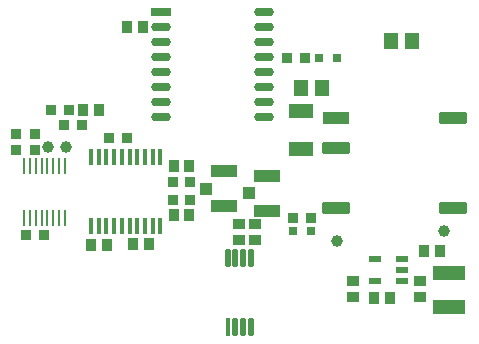
<source format=gtp>
G04*
G04 #@! TF.GenerationSoftware,Altium Limited,Altium Designer,20.0.13 (296)*
G04*
G04 Layer_Color=8421504*
%FSLAX25Y25*%
%MOIN*%
G70*
G01*
G75*
%ADD17R,0.03543X0.03937*%
%ADD18R,0.04134X0.03937*%
%ADD19R,0.08661X0.04134*%
%ADD20R,0.03347X0.03347*%
%ADD21R,0.06693X0.02992*%
%ADD22R,0.03347X0.03347*%
%ADD23R,0.00943X0.05456*%
%ADD24O,0.00943X0.05456*%
%ADD25O,0.06693X0.02992*%
G04:AMPARAMS|DCode=26|XSize=59.06mil|YSize=17.72mil|CornerRadius=4.43mil|HoleSize=0mil|Usage=FLASHONLY|Rotation=90.000|XOffset=0mil|YOffset=0mil|HoleType=Round|Shape=RoundedRectangle|*
%AMROUNDEDRECTD26*
21,1,0.05906,0.00886,0,0,90.0*
21,1,0.05020,0.01772,0,0,90.0*
1,1,0.00886,0.00443,0.02510*
1,1,0.00886,0.00443,-0.02510*
1,1,0.00886,-0.00443,-0.02510*
1,1,0.00886,-0.00443,0.02510*
%
%ADD26ROUNDEDRECTD26*%
%ADD27R,0.01772X0.05906*%
%ADD28R,0.01772X0.05709*%
%ADD29R,0.03937X0.03543*%
%ADD30C,0.03937*%
%ADD31R,0.04134X0.02362*%
G04:AMPARAMS|DCode=32|XSize=39.37mil|YSize=90.16mil|CornerRadius=3.94mil|HoleSize=0mil|Usage=FLASHONLY|Rotation=270.000|XOffset=0mil|YOffset=0mil|HoleType=Round|Shape=RoundedRectangle|*
%AMROUNDEDRECTD32*
21,1,0.03937,0.08228,0,0,270.0*
21,1,0.03150,0.09016,0,0,270.0*
1,1,0.00787,-0.04114,-0.01575*
1,1,0.00787,-0.04114,0.01575*
1,1,0.00787,0.04114,0.01575*
1,1,0.00787,0.04114,-0.01575*
%
%ADD32ROUNDEDRECTD32*%
%ADD33R,0.09016X0.03937*%
%ADD34R,0.03150X0.03150*%
%ADD35R,0.07874X0.04724*%
%ADD36R,0.04528X0.05512*%
%ADD37R,0.10630X0.05118*%
D17*
X61713Y57874D02*
D03*
X56398D02*
D03*
X26083Y92913D02*
D03*
X31398D02*
D03*
X61713Y74016D02*
D03*
X56398D02*
D03*
X42913Y48031D02*
D03*
X48228D02*
D03*
X34154Y47638D02*
D03*
X28839D02*
D03*
X46063Y120472D02*
D03*
X40748D02*
D03*
X139842Y45669D02*
D03*
X145158D02*
D03*
X128657Y30169D02*
D03*
X123343D02*
D03*
D18*
X81398Y64961D02*
D03*
X67224Y66535D02*
D03*
D19*
X87402Y59153D02*
D03*
Y70768D02*
D03*
X73228Y72342D02*
D03*
Y60728D02*
D03*
D20*
X19783Y87795D02*
D03*
X25886D02*
D03*
X40846Y83465D02*
D03*
X34744D02*
D03*
X21555Y92913D02*
D03*
X15453D02*
D03*
X13287Y51181D02*
D03*
X7185D02*
D03*
X10138Y84646D02*
D03*
X4035D02*
D03*
Y79528D02*
D03*
X10138D02*
D03*
X102264Y56693D02*
D03*
X96161D02*
D03*
X100295Y110236D02*
D03*
X94193D02*
D03*
D21*
X52181Y125409D02*
D03*
D22*
X61811Y62697D02*
D03*
Y68799D02*
D03*
X56299Y62697D02*
D03*
Y68799D02*
D03*
D23*
X6491Y56754D02*
D03*
D24*
X8461D02*
D03*
X10431D02*
D03*
X12401D02*
D03*
X14371D02*
D03*
X16341D02*
D03*
X18311D02*
D03*
X20281D02*
D03*
Y73954D02*
D03*
X18311D02*
D03*
X16341D02*
D03*
X14371D02*
D03*
X12401D02*
D03*
X10431D02*
D03*
X8461D02*
D03*
X6491D02*
D03*
D25*
X86630Y125409D02*
D03*
Y90409D02*
D03*
Y95410D02*
D03*
Y100409D02*
D03*
Y105409D02*
D03*
Y110409D02*
D03*
Y115409D02*
D03*
Y120409D02*
D03*
X52181Y90409D02*
D03*
Y95410D02*
D03*
Y100409D02*
D03*
Y105409D02*
D03*
Y110409D02*
D03*
Y115409D02*
D03*
Y120409D02*
D03*
D26*
X82110Y43307D02*
D03*
X79551D02*
D03*
X76992D02*
D03*
X74433D02*
D03*
X82110Y20472D02*
D03*
X79551D02*
D03*
X76992D02*
D03*
D27*
X74433D02*
D03*
D28*
X28937Y53937D02*
D03*
X31496D02*
D03*
X34055D02*
D03*
X36614D02*
D03*
X39173D02*
D03*
X41732D02*
D03*
X44291D02*
D03*
X46850D02*
D03*
X49409D02*
D03*
X51968D02*
D03*
X28937Y77165D02*
D03*
X31496D02*
D03*
X34055D02*
D03*
X36614D02*
D03*
X39173D02*
D03*
X41732D02*
D03*
X44291D02*
D03*
X46850D02*
D03*
X49409D02*
D03*
X51968D02*
D03*
D29*
X83465Y49311D02*
D03*
Y54626D02*
D03*
X78300Y49311D02*
D03*
Y54626D02*
D03*
X116100Y35727D02*
D03*
Y30412D02*
D03*
X138500Y35727D02*
D03*
Y30412D02*
D03*
D30*
X20472Y80315D02*
D03*
X14567D02*
D03*
X111024Y49213D02*
D03*
X146480Y52362D02*
D03*
D31*
X132500Y35669D02*
D03*
Y39409D02*
D03*
Y43150D02*
D03*
X123445D02*
D03*
Y35669D02*
D03*
D32*
X110614Y59961D02*
D03*
Y79961D02*
D03*
X149630Y89961D02*
D03*
Y59961D02*
D03*
D33*
X110614Y89961D02*
D03*
D34*
X102165Y52402D02*
D03*
X96260D02*
D03*
X104921Y110197D02*
D03*
X110827D02*
D03*
D35*
X99000Y92268D02*
D03*
Y79669D02*
D03*
D36*
X135728Y115748D02*
D03*
X128839D02*
D03*
X98917Y100000D02*
D03*
X105807D02*
D03*
D37*
X148161Y27125D02*
D03*
Y38543D02*
D03*
M02*

</source>
